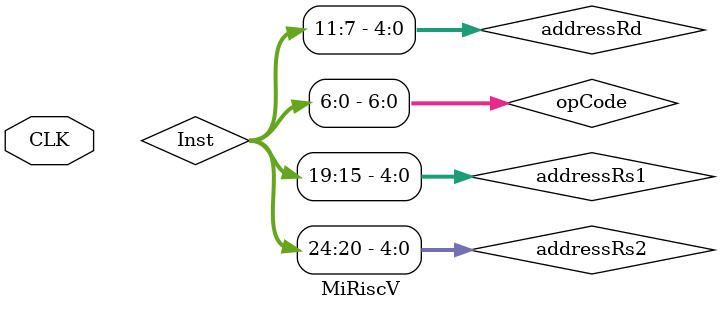
<source format=sv>
`include "ALU.sv"
`include "DataMemory.sv"
`include "RegisterUnit.sv"
`include "ControlUnit.sv"
`include "BranchUnit.sv"
`include "InstructionMemory.sv"
`include "ImmediateGenerator.sv"
`include "ProgramCounter.sv"
`include "Mux2a1.sv"
`include "Mux3a1.sv"
`include "Sumador.sv"

module MiRiscV(
  input logic CLK
);
  logic [31:0] PCaddress;
  logic [31:0] Inst;
  logic [31:0] rs1;
  
  logic [31:0] rs2;
  logic [31:0] ImmExt;
  logic [31:0] aluA;
  logic [31:0] aluB;
  logic [31:0] ALUres;
  logic [31:0] DataRD;
  logic NextPCSrc;
  logic [31:0] NextPC;
  logic [31:0] PC4;
  logic RUWr;
  logic [2:0] ImmSrc;
  logic ALUASrc;
  logic ALUBSrc;
  logic [3:0] ALUOp;
  logic [4:0] BrOp;
  logic DMWr;
  logic [2:0] DMCtrl;
  logic [1:0] RUDataWrSrc;
  logic [31:0] DataWr;
  logic [4:0] addressRs1;
  logic [4:0] addressRs2;
  logic [4:0] addressRd;
  logic [6:0] opCode;
  logic [2:0] F3;
  logic [6:0] F7;
  
  
  assign opCode = Inst[6:0];
  assign F3 = Inst[14:12];
  assign F7 = Inst[31:25];
  
  assign addressRs1 = Inst[19:15];
  assign addressRs2 = Inst[24:20];
  assign addressRd = Inst[11:7];

  ProgramCounter PC(
    CLK,
    NextPC,
    PCaddress
  );
  
  Mas4 sumador(
    PCaddress,
    PC4
  );

  MemoriaDeInstrucciones InstructionMemory(
    PCaddress,
    Inst
  );

  UnidadDeControl ControlUnit(
    opCode,
    F3,
    F7,
    ImmSrc,
    ALUASrc,
    ALUBSrc,
    ALUOp,
    DMWr,
    DMCtrl,
    RUDataWrSrc,
    RUWr,
    BrOp
  );

  UnidadDeRegistros RegisterUnit(
    CLK,
    addressRs1,
    addressRs2,
    addressRd,
    DataWr,
    RUWr,
    rs1,
    rs2
  );

  ImmGen ImmediateGenerator(
    Inst,
    ImmSrc,
    ImmExt
  );

  Mux2 MuxA(
    ALUASrc,
    rs1,
    PCaddress,
    aluA
  );
  
  Mux2 MuxB(
    ALUBSrc,
    rs2,
    ImmExt,
    aluB
  );
  
  BranchUnit BrUnit(
    rs1,
    rs2,
    BrOp,
    NextPCSrc
  );
  
  ALU mainALU(
    aluA,
    aluB,
    ALUOp,
    ALUres
  );
  
  Mux2 MuxBr(
    NextPCSrc,
    PC4,
    ALUres,
    NextPC
  );
  
  MemoriaDeDatos DataMemory(
    DMWr,
    DMCtrl,
    ALUres,
    rs2,
    DataRD
  );
  
  Mux3 muxDataWr(
    RUDataWrSrc,
    PC4,
    DataRD,
    ALUres,
    DataWr
  );

endmodule

</source>
